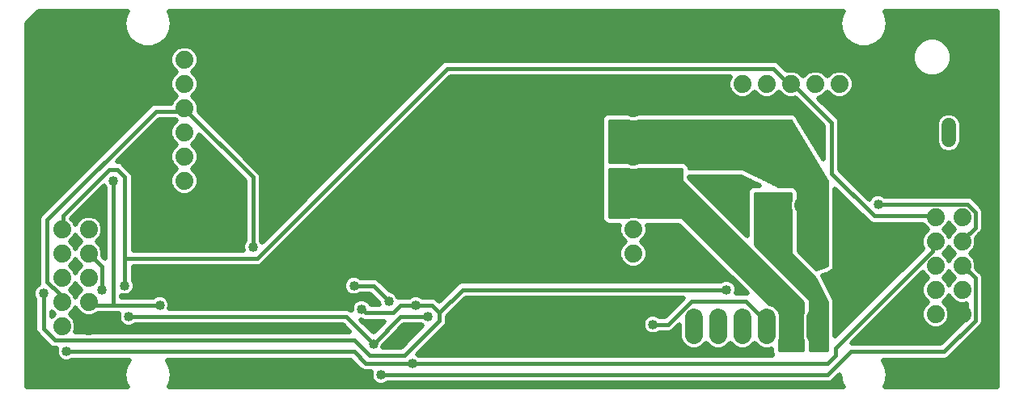
<source format=gbl>
G75*
%MOIN*%
%OFA0B0*%
%FSLAX25Y25*%
%IPPOS*%
%LPD*%
%AMOC8*
5,1,8,0,0,1.08239X$1,22.5*
%
%ADD10C,0.07400*%
%ADD11C,0.06024*%
%ADD12C,0.07400*%
%ADD13C,0.01000*%
%ADD14C,0.02000*%
%ADD15C,0.01600*%
%ADD16C,0.04000*%
D10*
X0281000Y0028550D02*
X0281000Y0035950D01*
X0291000Y0035950D02*
X0291000Y0028550D01*
X0301000Y0028550D02*
X0301000Y0035950D01*
X0311000Y0035950D02*
X0311000Y0028550D01*
X0321000Y0028550D02*
X0321000Y0035950D01*
X0331000Y0035950D02*
X0331000Y0028550D01*
D11*
X0372220Y0109238D02*
X0372220Y0115262D01*
X0386000Y0115262D02*
X0386000Y0109238D01*
D12*
X0341000Y0132250D03*
X0331000Y0132250D03*
X0321000Y0132250D03*
X0311000Y0132250D03*
X0301000Y0132250D03*
X0256000Y0132250D03*
X0256000Y0122250D03*
X0256000Y0112250D03*
X0256000Y0102250D03*
X0256000Y0092250D03*
X0256000Y0082250D03*
X0256000Y0072250D03*
X0256000Y0062250D03*
X0311000Y0065250D03*
X0314000Y0073250D03*
X0328000Y0073250D03*
X0331000Y0065250D03*
X0326000Y0082250D03*
X0316000Y0082250D03*
X0380500Y0077250D03*
X0391500Y0077250D03*
X0391500Y0067250D03*
X0380500Y0067250D03*
X0380500Y0057250D03*
X0391500Y0057250D03*
X0391500Y0047250D03*
X0380500Y0047250D03*
X0380500Y0037250D03*
X0391500Y0037250D03*
X0071000Y0082250D03*
X0071000Y0092250D03*
X0071000Y0102250D03*
X0071000Y0112250D03*
X0071000Y0122250D03*
X0071000Y0132250D03*
X0071000Y0142250D03*
X0031500Y0072250D03*
X0020500Y0072250D03*
X0020500Y0062250D03*
X0031500Y0062250D03*
X0031500Y0052250D03*
X0020500Y0052250D03*
X0020500Y0042250D03*
X0031500Y0042250D03*
X0031500Y0032250D03*
X0020500Y0032250D03*
D13*
X0246000Y0077250D02*
X0246000Y0097250D01*
X0253960Y0097250D01*
X0254926Y0096850D01*
X0257074Y0096850D01*
X0258040Y0097250D01*
X0276000Y0097250D01*
X0276000Y0092250D01*
X0326000Y0042250D01*
X0326000Y0037990D01*
X0325600Y0037024D01*
X0325600Y0027476D01*
X0326000Y0026510D01*
X0326000Y0022250D01*
X0316000Y0022250D01*
X0316000Y0026510D01*
X0316400Y0027476D01*
X0316400Y0037024D01*
X0315578Y0039009D01*
X0314059Y0040528D01*
X0312074Y0041350D01*
X0311900Y0041350D01*
X0276000Y0077250D01*
X0258040Y0077250D01*
X0257074Y0077650D01*
X0254926Y0077650D01*
X0253960Y0077250D01*
X0246000Y0077250D01*
X0246000Y0078152D02*
X0290098Y0078152D01*
X0289100Y0079150D02*
X0246000Y0079150D01*
X0246000Y0080149D02*
X0288101Y0080149D01*
X0287103Y0081147D02*
X0246000Y0081147D01*
X0246000Y0082146D02*
X0286104Y0082146D01*
X0285106Y0083144D02*
X0246000Y0083144D01*
X0246000Y0084143D02*
X0284107Y0084143D01*
X0283109Y0085141D02*
X0246000Y0085141D01*
X0246000Y0086140D02*
X0282110Y0086140D01*
X0281112Y0087138D02*
X0246000Y0087138D01*
X0246000Y0088137D02*
X0280113Y0088137D01*
X0279115Y0089135D02*
X0246000Y0089135D01*
X0246000Y0090134D02*
X0278116Y0090134D01*
X0277118Y0091132D02*
X0246000Y0091132D01*
X0246000Y0092131D02*
X0276119Y0092131D01*
X0276000Y0093129D02*
X0246000Y0093129D01*
X0246000Y0094128D02*
X0276000Y0094128D01*
X0276000Y0095126D02*
X0246000Y0095126D01*
X0246000Y0096125D02*
X0276000Y0096125D01*
X0276000Y0097123D02*
X0257734Y0097123D01*
X0254266Y0097123D02*
X0246000Y0097123D01*
X0246000Y0099850D02*
X0246000Y0117250D01*
X0253960Y0117250D01*
X0254926Y0116850D01*
X0257074Y0116850D01*
X0258040Y0117250D01*
X0321000Y0117250D01*
X0336000Y0092250D01*
X0336000Y0057250D01*
X0331258Y0055669D01*
X0323600Y0063327D01*
X0323600Y0087767D01*
X0323204Y0088723D01*
X0322473Y0089454D01*
X0321517Y0089850D01*
X0315800Y0089850D01*
X0301000Y0097250D01*
X0278600Y0097250D01*
X0278600Y0097767D01*
X0278204Y0098723D01*
X0277473Y0099454D01*
X0276517Y0099850D01*
X0246000Y0099850D01*
X0246000Y0100119D02*
X0331279Y0100119D01*
X0331878Y0099120D02*
X0277806Y0099120D01*
X0278453Y0098122D02*
X0332477Y0098122D01*
X0333076Y0097123D02*
X0301253Y0097123D01*
X0303250Y0096125D02*
X0333675Y0096125D01*
X0334274Y0095126D02*
X0305247Y0095126D01*
X0307244Y0094128D02*
X0334873Y0094128D01*
X0335472Y0093129D02*
X0309241Y0093129D01*
X0311238Y0092131D02*
X0336000Y0092131D01*
X0336000Y0091132D02*
X0313235Y0091132D01*
X0315232Y0090134D02*
X0336000Y0090134D01*
X0336000Y0089135D02*
X0322792Y0089135D01*
X0323447Y0088137D02*
X0336000Y0088137D01*
X0336000Y0087138D02*
X0323600Y0087138D01*
X0323600Y0086140D02*
X0336000Y0086140D01*
X0336000Y0085141D02*
X0323600Y0085141D01*
X0323600Y0084143D02*
X0336000Y0084143D01*
X0336000Y0083144D02*
X0323600Y0083144D01*
X0323600Y0082146D02*
X0336000Y0082146D01*
X0336000Y0081147D02*
X0323600Y0081147D01*
X0323600Y0080149D02*
X0336000Y0080149D01*
X0336000Y0079150D02*
X0323600Y0079150D01*
X0323600Y0078152D02*
X0336000Y0078152D01*
X0336000Y0077153D02*
X0323600Y0077153D01*
X0323600Y0076155D02*
X0336000Y0076155D01*
X0336000Y0075156D02*
X0323600Y0075156D01*
X0323600Y0074158D02*
X0336000Y0074158D01*
X0336000Y0073159D02*
X0323600Y0073159D01*
X0323600Y0072161D02*
X0336000Y0072161D01*
X0336000Y0071162D02*
X0323600Y0071162D01*
X0323600Y0070164D02*
X0336000Y0070164D01*
X0336000Y0069165D02*
X0323600Y0069165D01*
X0323600Y0068167D02*
X0336000Y0068167D01*
X0336000Y0067168D02*
X0323600Y0067168D01*
X0323600Y0066170D02*
X0336000Y0066170D01*
X0336000Y0065171D02*
X0323600Y0065171D01*
X0323600Y0064173D02*
X0336000Y0064173D01*
X0336000Y0063174D02*
X0323753Y0063174D01*
X0324751Y0062176D02*
X0336000Y0062176D01*
X0336000Y0061177D02*
X0325750Y0061177D01*
X0326748Y0060179D02*
X0336000Y0060179D01*
X0336000Y0059180D02*
X0327747Y0059180D01*
X0328745Y0058182D02*
X0336000Y0058182D01*
X0335799Y0057183D02*
X0329744Y0057183D01*
X0330742Y0056184D02*
X0332804Y0056184D01*
X0328064Y0055186D02*
X0316741Y0055186D01*
X0317739Y0054187D02*
X0329063Y0054187D01*
X0330061Y0053189D02*
X0318738Y0053189D01*
X0319736Y0052190D02*
X0331030Y0052190D01*
X0331000Y0052250D02*
X0336000Y0042250D01*
X0336000Y0022250D01*
X0328600Y0022250D01*
X0328600Y0042767D01*
X0328204Y0043723D01*
X0306000Y0065927D01*
X0306000Y0087250D01*
X0321000Y0087250D01*
X0321000Y0084290D01*
X0320600Y0083324D01*
X0320600Y0081176D01*
X0321000Y0080210D01*
X0321000Y0062250D01*
X0331000Y0052250D01*
X0331529Y0051192D02*
X0320735Y0051192D01*
X0321734Y0050193D02*
X0332028Y0050193D01*
X0332528Y0049195D02*
X0322732Y0049195D01*
X0323731Y0048196D02*
X0333027Y0048196D01*
X0333526Y0047198D02*
X0324729Y0047198D01*
X0325728Y0046199D02*
X0334025Y0046199D01*
X0334525Y0045201D02*
X0326726Y0045201D01*
X0327725Y0044202D02*
X0335024Y0044202D01*
X0335523Y0043204D02*
X0328419Y0043204D01*
X0328600Y0042205D02*
X0336000Y0042205D01*
X0336000Y0041207D02*
X0328600Y0041207D01*
X0328600Y0040208D02*
X0336000Y0040208D01*
X0336000Y0039210D02*
X0328600Y0039210D01*
X0328600Y0038211D02*
X0336000Y0038211D01*
X0336000Y0037213D02*
X0328600Y0037213D01*
X0328600Y0036214D02*
X0336000Y0036214D01*
X0336000Y0035216D02*
X0328600Y0035216D01*
X0328600Y0034217D02*
X0336000Y0034217D01*
X0336000Y0033219D02*
X0328600Y0033219D01*
X0328600Y0032220D02*
X0336000Y0032220D01*
X0336000Y0031222D02*
X0328600Y0031222D01*
X0328600Y0030223D02*
X0336000Y0030223D01*
X0336000Y0029225D02*
X0328600Y0029225D01*
X0328600Y0028226D02*
X0336000Y0028226D01*
X0336000Y0027228D02*
X0328600Y0027228D01*
X0328600Y0026229D02*
X0336000Y0026229D01*
X0336000Y0025231D02*
X0328600Y0025231D01*
X0328600Y0024232D02*
X0336000Y0024232D01*
X0336000Y0023234D02*
X0328600Y0023234D01*
X0326000Y0023234D02*
X0316000Y0023234D01*
X0316000Y0024232D02*
X0326000Y0024232D01*
X0326000Y0025231D02*
X0316000Y0025231D01*
X0316000Y0026229D02*
X0326000Y0026229D01*
X0325703Y0027228D02*
X0316297Y0027228D01*
X0316400Y0028226D02*
X0325600Y0028226D01*
X0325600Y0029225D02*
X0316400Y0029225D01*
X0316400Y0030223D02*
X0325600Y0030223D01*
X0325600Y0031222D02*
X0316400Y0031222D01*
X0316400Y0032220D02*
X0325600Y0032220D01*
X0325600Y0033219D02*
X0316400Y0033219D01*
X0316400Y0034217D02*
X0325600Y0034217D01*
X0325600Y0035216D02*
X0316400Y0035216D01*
X0316400Y0036214D02*
X0325600Y0036214D01*
X0325678Y0037213D02*
X0316322Y0037213D01*
X0315908Y0038211D02*
X0326000Y0038211D01*
X0326000Y0039210D02*
X0315377Y0039210D01*
X0314378Y0040208D02*
X0326000Y0040208D01*
X0326000Y0041207D02*
X0312420Y0041207D01*
X0311045Y0042205D02*
X0326000Y0042205D01*
X0325046Y0043204D02*
X0310046Y0043204D01*
X0309048Y0044202D02*
X0324048Y0044202D01*
X0323049Y0045201D02*
X0308049Y0045201D01*
X0307051Y0046199D02*
X0322051Y0046199D01*
X0321052Y0047198D02*
X0306052Y0047198D01*
X0305054Y0048196D02*
X0320054Y0048196D01*
X0319055Y0049195D02*
X0304055Y0049195D01*
X0303057Y0050193D02*
X0318057Y0050193D01*
X0317058Y0051192D02*
X0302058Y0051192D01*
X0301060Y0052190D02*
X0316060Y0052190D01*
X0315061Y0053189D02*
X0300061Y0053189D01*
X0299063Y0054187D02*
X0314063Y0054187D01*
X0313064Y0055186D02*
X0298064Y0055186D01*
X0297066Y0056184D02*
X0312066Y0056184D01*
X0311067Y0057183D02*
X0296067Y0057183D01*
X0295068Y0058182D02*
X0310068Y0058182D01*
X0309070Y0059180D02*
X0294070Y0059180D01*
X0293071Y0060179D02*
X0308071Y0060179D01*
X0307073Y0061177D02*
X0292073Y0061177D01*
X0291074Y0062176D02*
X0306074Y0062176D01*
X0305076Y0063174D02*
X0290076Y0063174D01*
X0289077Y0064173D02*
X0304077Y0064173D01*
X0303079Y0065171D02*
X0288079Y0065171D01*
X0287080Y0066170D02*
X0302080Y0066170D01*
X0301082Y0067168D02*
X0286082Y0067168D01*
X0285083Y0068167D02*
X0300083Y0068167D01*
X0299085Y0069165D02*
X0284085Y0069165D01*
X0283086Y0070164D02*
X0298086Y0070164D01*
X0297088Y0071162D02*
X0282088Y0071162D01*
X0281089Y0072161D02*
X0296089Y0072161D01*
X0295091Y0073159D02*
X0280091Y0073159D01*
X0279092Y0074158D02*
X0294092Y0074158D01*
X0293094Y0075156D02*
X0278094Y0075156D01*
X0277095Y0076155D02*
X0292095Y0076155D01*
X0291097Y0077153D02*
X0276097Y0077153D01*
X0306000Y0077153D02*
X0321000Y0077153D01*
X0321000Y0076155D02*
X0306000Y0076155D01*
X0306000Y0075156D02*
X0321000Y0075156D01*
X0321000Y0074158D02*
X0306000Y0074158D01*
X0306000Y0073159D02*
X0321000Y0073159D01*
X0321000Y0072161D02*
X0306000Y0072161D01*
X0306000Y0071162D02*
X0321000Y0071162D01*
X0321000Y0070164D02*
X0306000Y0070164D01*
X0306000Y0069165D02*
X0321000Y0069165D01*
X0321000Y0068167D02*
X0306000Y0068167D01*
X0306000Y0067168D02*
X0321000Y0067168D01*
X0321000Y0066170D02*
X0306000Y0066170D01*
X0306756Y0065171D02*
X0321000Y0065171D01*
X0321000Y0064173D02*
X0307754Y0064173D01*
X0308753Y0063174D02*
X0321000Y0063174D01*
X0321074Y0062176D02*
X0309751Y0062176D01*
X0310750Y0061177D02*
X0322073Y0061177D01*
X0323071Y0060179D02*
X0311748Y0060179D01*
X0312747Y0059180D02*
X0324070Y0059180D01*
X0325068Y0058182D02*
X0313745Y0058182D01*
X0314744Y0057183D02*
X0326067Y0057183D01*
X0327066Y0056184D02*
X0315742Y0056184D01*
X0321000Y0078152D02*
X0306000Y0078152D01*
X0306000Y0079150D02*
X0321000Y0079150D01*
X0321000Y0080149D02*
X0306000Y0080149D01*
X0306000Y0081147D02*
X0320612Y0081147D01*
X0320600Y0082146D02*
X0306000Y0082146D01*
X0306000Y0083144D02*
X0320600Y0083144D01*
X0320939Y0084143D02*
X0306000Y0084143D01*
X0306000Y0085141D02*
X0321000Y0085141D01*
X0321000Y0086140D02*
X0306000Y0086140D01*
X0306000Y0087138D02*
X0321000Y0087138D01*
X0330679Y0101118D02*
X0246000Y0101118D01*
X0246000Y0102116D02*
X0330080Y0102116D01*
X0329481Y0103115D02*
X0246000Y0103115D01*
X0246000Y0104113D02*
X0328882Y0104113D01*
X0328283Y0105112D02*
X0246000Y0105112D01*
X0246000Y0106110D02*
X0327684Y0106110D01*
X0327085Y0107109D02*
X0246000Y0107109D01*
X0246000Y0108107D02*
X0326486Y0108107D01*
X0325887Y0109106D02*
X0246000Y0109106D01*
X0246000Y0110104D02*
X0325288Y0110104D01*
X0324688Y0111103D02*
X0246000Y0111103D01*
X0246000Y0112101D02*
X0324089Y0112101D01*
X0323490Y0113100D02*
X0246000Y0113100D01*
X0246000Y0114098D02*
X0322891Y0114098D01*
X0322292Y0115097D02*
X0246000Y0115097D01*
X0246000Y0116095D02*
X0321693Y0116095D01*
X0321094Y0117094D02*
X0257662Y0117094D01*
X0254338Y0117094D02*
X0246000Y0117094D01*
D14*
X0006000Y0157250D02*
X0006000Y0007250D01*
X0047455Y0007250D01*
X0046554Y0008812D01*
X0046554Y0008812D01*
X0045947Y0012250D01*
X0006000Y0012250D01*
X0006000Y0010251D02*
X0046300Y0010251D01*
X0045947Y0012250D02*
X0045947Y0012250D01*
X0046554Y0015688D01*
X0046554Y0015688D01*
X0048148Y0018450D01*
X0024940Y0018450D01*
X0024779Y0018289D01*
X0023235Y0017650D01*
X0021565Y0017650D01*
X0020021Y0018289D01*
X0018839Y0019471D01*
X0018200Y0021015D01*
X0018200Y0022685D01*
X0018434Y0023250D01*
X0016924Y0023250D01*
X0015674Y0023768D01*
X0014718Y0024724D01*
X0009918Y0029524D01*
X0009400Y0030774D01*
X0009400Y0043310D01*
X0009239Y0043471D01*
X0008600Y0045015D01*
X0008600Y0046685D01*
X0009239Y0048229D01*
X0010421Y0049411D01*
X0011114Y0049698D01*
X0011000Y0049974D01*
X0011000Y0076926D01*
X0011518Y0078176D01*
X0056318Y0122976D01*
X0057274Y0123932D01*
X0058524Y0124450D01*
X0065525Y0124450D01*
X0065998Y0125592D01*
X0067656Y0127250D01*
X0065998Y0128908D01*
X0065100Y0131076D01*
X0065100Y0133424D01*
X0065998Y0135592D01*
X0067656Y0137250D01*
X0065998Y0138908D01*
X0065100Y0141076D01*
X0065100Y0143424D01*
X0065998Y0145592D01*
X0067658Y0147252D01*
X0069826Y0148150D01*
X0072174Y0148150D01*
X0074342Y0147252D01*
X0076002Y0145592D01*
X0076900Y0143424D01*
X0076900Y0141076D01*
X0076002Y0138908D01*
X0074344Y0137250D01*
X0076002Y0135592D01*
X0076900Y0133424D01*
X0076900Y0131076D01*
X0076002Y0128908D01*
X0074344Y0127250D01*
X0076002Y0125592D01*
X0076900Y0123424D01*
X0076900Y0121076D01*
X0076865Y0120993D01*
X0102082Y0095776D01*
X0102600Y0094526D01*
X0102600Y0067590D01*
X0102761Y0067429D01*
X0102881Y0067139D01*
X0177274Y0141532D01*
X0178524Y0142050D01*
X0314276Y0142050D01*
X0315526Y0141532D01*
X0316482Y0140576D01*
X0319177Y0137881D01*
X0319826Y0138150D01*
X0322174Y0138150D01*
X0324342Y0137252D01*
X0326000Y0135594D01*
X0327658Y0137252D01*
X0329826Y0138150D01*
X0332174Y0138150D01*
X0334342Y0137252D01*
X0336000Y0135594D01*
X0337658Y0137252D01*
X0339826Y0138150D01*
X0342174Y0138150D01*
X0344342Y0137252D01*
X0346002Y0135592D01*
X0346900Y0133424D01*
X0346900Y0131076D01*
X0346002Y0128908D01*
X0344342Y0127248D01*
X0342174Y0126350D01*
X0339826Y0126350D01*
X0337658Y0127248D01*
X0336000Y0128906D01*
X0334342Y0127248D01*
X0332269Y0126389D01*
X0340482Y0118176D01*
X0341000Y0116926D01*
X0341000Y0096858D01*
X0353119Y0084739D01*
X0353239Y0085029D01*
X0354421Y0086211D01*
X0355965Y0086850D01*
X0357635Y0086850D01*
X0359179Y0086211D01*
X0359340Y0086050D01*
X0394276Y0086050D01*
X0395526Y0085532D01*
X0396482Y0084576D01*
X0399682Y0081376D01*
X0400200Y0080126D01*
X0400200Y0072374D01*
X0399682Y0071124D01*
X0398726Y0070168D01*
X0397278Y0068719D01*
X0397400Y0068424D01*
X0397400Y0066076D01*
X0396502Y0063908D01*
X0394844Y0062250D01*
X0396502Y0060592D01*
X0397400Y0058424D01*
X0397400Y0056458D01*
X0398726Y0055132D01*
X0399682Y0054176D01*
X0400200Y0052926D01*
X0400200Y0033974D01*
X0399682Y0032724D01*
X0386882Y0019924D01*
X0385926Y0018968D01*
X0384676Y0018450D01*
X0358852Y0018450D01*
X0360446Y0015688D01*
X0360446Y0015688D01*
X0361053Y0012250D01*
X0406000Y0012250D01*
X0406000Y0010251D02*
X0360700Y0010251D01*
X0360446Y0008812D02*
X0361053Y0012250D01*
X0361053Y0012250D01*
X0360700Y0014249D02*
X0406000Y0014249D01*
X0406000Y0016247D02*
X0360124Y0016247D01*
X0358970Y0018246D02*
X0406000Y0018246D01*
X0406000Y0020244D02*
X0387202Y0020244D01*
X0389201Y0022243D02*
X0406000Y0022243D01*
X0406000Y0024241D02*
X0391199Y0024241D01*
X0393198Y0026240D02*
X0406000Y0026240D01*
X0406000Y0028238D02*
X0395196Y0028238D01*
X0397195Y0030237D02*
X0406000Y0030237D01*
X0406000Y0032235D02*
X0399193Y0032235D01*
X0400200Y0034234D02*
X0406000Y0034234D01*
X0406000Y0036232D02*
X0400200Y0036232D01*
X0400200Y0038231D02*
X0406000Y0038231D01*
X0406000Y0040229D02*
X0400200Y0040229D01*
X0400200Y0042228D02*
X0406000Y0042228D01*
X0406000Y0044226D02*
X0400200Y0044226D01*
X0400200Y0046225D02*
X0406000Y0046225D01*
X0406000Y0048223D02*
X0400200Y0048223D01*
X0400200Y0050222D02*
X0406000Y0050222D01*
X0406000Y0052220D02*
X0400200Y0052220D01*
X0399640Y0054219D02*
X0406000Y0054219D01*
X0406000Y0056217D02*
X0397641Y0056217D01*
X0397400Y0058216D02*
X0406000Y0058216D01*
X0406000Y0060214D02*
X0396658Y0060214D01*
X0394881Y0062213D02*
X0406000Y0062213D01*
X0406000Y0064211D02*
X0396627Y0064211D01*
X0397400Y0066210D02*
X0406000Y0066210D01*
X0406000Y0068208D02*
X0397400Y0068208D01*
X0398765Y0070207D02*
X0406000Y0070207D01*
X0406000Y0072205D02*
X0400130Y0072205D01*
X0400200Y0074204D02*
X0406000Y0074204D01*
X0406000Y0076202D02*
X0400200Y0076202D01*
X0400200Y0078201D02*
X0406000Y0078201D01*
X0406000Y0080199D02*
X0400170Y0080199D01*
X0398860Y0082198D02*
X0406000Y0082198D01*
X0406000Y0084196D02*
X0396862Y0084196D01*
X0406000Y0086195D02*
X0359195Y0086195D01*
X0354405Y0086195D02*
X0351663Y0086195D01*
X0349665Y0088193D02*
X0406000Y0088193D01*
X0406000Y0090192D02*
X0347666Y0090192D01*
X0345668Y0092190D02*
X0406000Y0092190D01*
X0406000Y0094189D02*
X0343669Y0094189D01*
X0341671Y0096187D02*
X0406000Y0096187D01*
X0406000Y0098186D02*
X0341000Y0098186D01*
X0341000Y0100184D02*
X0406000Y0100184D01*
X0406000Y0102183D02*
X0341000Y0102183D01*
X0341000Y0104182D02*
X0384589Y0104182D01*
X0384963Y0104026D02*
X0387037Y0104026D01*
X0388952Y0104820D01*
X0390418Y0106286D01*
X0391212Y0108201D01*
X0391212Y0116298D01*
X0390418Y0118214D01*
X0388952Y0119680D01*
X0387037Y0120474D01*
X0384963Y0120474D01*
X0383048Y0119680D01*
X0381582Y0118214D01*
X0380788Y0116298D01*
X0380788Y0108201D01*
X0381582Y0106286D01*
X0383048Y0104820D01*
X0384963Y0104026D01*
X0387411Y0104182D02*
X0406000Y0104182D01*
X0406000Y0106180D02*
X0390312Y0106180D01*
X0391202Y0108179D02*
X0406000Y0108179D01*
X0406000Y0110177D02*
X0391212Y0110177D01*
X0391212Y0112176D02*
X0406000Y0112176D01*
X0406000Y0114174D02*
X0391212Y0114174D01*
X0391212Y0116173D02*
X0406000Y0116173D01*
X0406000Y0118171D02*
X0390436Y0118171D01*
X0387771Y0120170D02*
X0406000Y0120170D01*
X0406000Y0122168D02*
X0336490Y0122168D01*
X0338489Y0120170D02*
X0384229Y0120170D01*
X0381564Y0118171D02*
X0340484Y0118171D01*
X0341000Y0116173D02*
X0380788Y0116173D01*
X0380788Y0114174D02*
X0341000Y0114174D01*
X0341000Y0112176D02*
X0380788Y0112176D01*
X0380788Y0110177D02*
X0341000Y0110177D01*
X0341000Y0108179D02*
X0380798Y0108179D01*
X0381688Y0106180D02*
X0341000Y0106180D01*
X0334200Y0106180D02*
X0331257Y0106180D01*
X0330058Y0108179D02*
X0334200Y0108179D01*
X0334200Y0110177D02*
X0328859Y0110177D01*
X0327660Y0112176D02*
X0334200Y0112176D01*
X0334200Y0114174D02*
X0326461Y0114174D01*
X0325262Y0116173D02*
X0332869Y0116173D01*
X0334200Y0114842D02*
X0334200Y0101275D01*
X0323776Y0118648D01*
X0323628Y0119006D01*
X0323462Y0119172D01*
X0323341Y0119374D01*
X0323030Y0119604D01*
X0322756Y0119878D01*
X0322539Y0119968D01*
X0322350Y0120108D01*
X0321974Y0120202D01*
X0321617Y0120350D01*
X0321382Y0120350D01*
X0321154Y0120407D01*
X0320771Y0120350D01*
X0245383Y0120350D01*
X0244244Y0119878D01*
X0243372Y0119006D01*
X0242900Y0117867D01*
X0242900Y0076633D01*
X0243372Y0075494D01*
X0244244Y0074622D01*
X0245383Y0074150D01*
X0250401Y0074150D01*
X0250100Y0073424D01*
X0250100Y0071076D01*
X0250998Y0068908D01*
X0252656Y0067250D01*
X0250998Y0065592D01*
X0250100Y0063424D01*
X0250100Y0061076D01*
X0250998Y0058908D01*
X0252658Y0057248D01*
X0254826Y0056350D01*
X0257174Y0056350D01*
X0259342Y0057248D01*
X0261002Y0058908D01*
X0261900Y0061076D01*
X0261900Y0063424D01*
X0261002Y0065592D01*
X0259344Y0067250D01*
X0261002Y0068908D01*
X0261900Y0071076D01*
X0261900Y0073424D01*
X0261599Y0074150D01*
X0274716Y0074150D01*
X0302816Y0046050D01*
X0298366Y0046050D01*
X0298600Y0046615D01*
X0298600Y0048285D01*
X0297961Y0049829D01*
X0296779Y0051011D01*
X0295235Y0051650D01*
X0293565Y0051650D01*
X0292021Y0051011D01*
X0291860Y0050850D01*
X0184924Y0050850D01*
X0183674Y0050332D01*
X0176000Y0042658D01*
X0175682Y0042976D01*
X0174726Y0043932D01*
X0173476Y0044450D01*
X0168940Y0044450D01*
X0168779Y0044611D01*
X0167235Y0045250D01*
X0165565Y0045250D01*
X0164021Y0044611D01*
X0163860Y0044450D01*
X0159324Y0044450D01*
X0159048Y0044336D01*
X0158761Y0045029D01*
X0157579Y0046211D01*
X0156035Y0046850D01*
X0155808Y0046850D01*
X0150726Y0051932D01*
X0149476Y0052450D01*
X0143340Y0052450D01*
X0143179Y0052611D01*
X0141635Y0053250D01*
X0139965Y0053250D01*
X0138421Y0052611D01*
X0137239Y0051429D01*
X0136600Y0049885D01*
X0136600Y0048215D01*
X0137239Y0046671D01*
X0138421Y0045489D01*
X0139965Y0044850D01*
X0141635Y0044850D01*
X0143179Y0045489D01*
X0143340Y0045650D01*
X0147392Y0045650D01*
X0151000Y0042042D01*
X0151000Y0041815D01*
X0151234Y0041250D01*
X0147800Y0041250D01*
X0147561Y0041829D01*
X0146379Y0043011D01*
X0144835Y0043650D01*
X0143165Y0043650D01*
X0141621Y0043011D01*
X0140439Y0041829D01*
X0139800Y0040285D01*
X0139800Y0038858D01*
X0139526Y0039132D01*
X0138276Y0039650D01*
X0064766Y0039650D01*
X0065000Y0040215D01*
X0065000Y0041885D01*
X0064361Y0043429D01*
X0063179Y0044611D01*
X0061635Y0045250D01*
X0059965Y0045250D01*
X0058421Y0044611D01*
X0058260Y0044450D01*
X0045000Y0044450D01*
X0045000Y0045084D01*
X0045565Y0044850D01*
X0047235Y0044850D01*
X0048779Y0045489D01*
X0049961Y0046671D01*
X0050600Y0048215D01*
X0050600Y0049885D01*
X0049961Y0051429D01*
X0049800Y0051590D01*
X0049800Y0056850D01*
X0101476Y0056850D01*
X0102726Y0057368D01*
X0103682Y0058324D01*
X0180608Y0135250D01*
X0295857Y0135250D01*
X0295100Y0133424D01*
X0295100Y0131076D01*
X0295998Y0128908D01*
X0297658Y0127248D01*
X0299826Y0126350D01*
X0302174Y0126350D01*
X0304342Y0127248D01*
X0306000Y0128906D01*
X0307658Y0127248D01*
X0309826Y0126350D01*
X0312174Y0126350D01*
X0314342Y0127248D01*
X0316000Y0128906D01*
X0317658Y0127248D01*
X0319826Y0126350D01*
X0322174Y0126350D01*
X0322540Y0126502D01*
X0334200Y0114842D01*
X0330871Y0118171D02*
X0324063Y0118171D01*
X0322103Y0120170D02*
X0328872Y0120170D01*
X0326874Y0122168D02*
X0167526Y0122168D01*
X0165528Y0120170D02*
X0244948Y0120170D01*
X0243026Y0118171D02*
X0163529Y0118171D01*
X0161531Y0116173D02*
X0242900Y0116173D01*
X0242900Y0114174D02*
X0159532Y0114174D01*
X0157534Y0112176D02*
X0242900Y0112176D01*
X0242900Y0110177D02*
X0155535Y0110177D01*
X0153537Y0108179D02*
X0242900Y0108179D01*
X0242900Y0106180D02*
X0151538Y0106180D01*
X0149540Y0104182D02*
X0242900Y0104182D01*
X0242900Y0102183D02*
X0147541Y0102183D01*
X0145543Y0100184D02*
X0242900Y0100184D01*
X0242900Y0098186D02*
X0143544Y0098186D01*
X0141546Y0096187D02*
X0242900Y0096187D01*
X0242900Y0094189D02*
X0139547Y0094189D01*
X0137549Y0092190D02*
X0242900Y0092190D01*
X0242900Y0090192D02*
X0135550Y0090192D01*
X0127932Y0092190D02*
X0102600Y0092190D01*
X0102600Y0090192D02*
X0125934Y0090192D01*
X0123935Y0088193D02*
X0102600Y0088193D01*
X0102600Y0086195D02*
X0121937Y0086195D01*
X0119938Y0084196D02*
X0102600Y0084196D01*
X0102600Y0082198D02*
X0117940Y0082198D01*
X0115941Y0080199D02*
X0102600Y0080199D01*
X0102600Y0078201D02*
X0113943Y0078201D01*
X0111944Y0076202D02*
X0102600Y0076202D01*
X0102600Y0074204D02*
X0109946Y0074204D01*
X0107947Y0072205D02*
X0102600Y0072205D01*
X0102600Y0070207D02*
X0105949Y0070207D01*
X0103950Y0068208D02*
X0102600Y0068208D01*
X0095800Y0068208D02*
X0049800Y0068208D01*
X0049800Y0070207D02*
X0095800Y0070207D01*
X0095800Y0072205D02*
X0049800Y0072205D01*
X0049800Y0074204D02*
X0095800Y0074204D01*
X0095800Y0076202D02*
X0049800Y0076202D01*
X0049800Y0078201D02*
X0095800Y0078201D01*
X0095800Y0080199D02*
X0049800Y0080199D01*
X0049800Y0082198D02*
X0095800Y0082198D01*
X0095800Y0084196D02*
X0049800Y0084196D01*
X0049800Y0086195D02*
X0095800Y0086195D01*
X0095800Y0088193D02*
X0075287Y0088193D01*
X0076002Y0088908D02*
X0074342Y0087248D01*
X0072174Y0086350D01*
X0069826Y0086350D01*
X0067658Y0087248D01*
X0065998Y0088908D01*
X0065100Y0091076D01*
X0065100Y0093424D01*
X0065998Y0095592D01*
X0067656Y0097250D01*
X0065998Y0098908D01*
X0065100Y0101076D01*
X0065100Y0103424D01*
X0065998Y0105592D01*
X0067656Y0107250D01*
X0065998Y0108908D01*
X0065100Y0111076D01*
X0065100Y0113424D01*
X0065998Y0115592D01*
X0067656Y0117250D01*
X0067256Y0117650D01*
X0060608Y0117650D01*
X0043408Y0100450D01*
X0043876Y0100450D01*
X0045126Y0099932D01*
X0046082Y0098976D01*
X0049282Y0095776D01*
X0049800Y0094526D01*
X0049800Y0063650D01*
X0095234Y0063650D01*
X0095000Y0064215D01*
X0095000Y0065885D01*
X0095639Y0067429D01*
X0095800Y0067590D01*
X0095800Y0092442D01*
X0076900Y0111342D01*
X0076900Y0111076D01*
X0076002Y0108908D01*
X0074344Y0107250D01*
X0076002Y0105592D01*
X0076900Y0103424D01*
X0076900Y0101076D01*
X0076002Y0098908D01*
X0074344Y0097250D01*
X0076002Y0095592D01*
X0076900Y0093424D01*
X0076900Y0091076D01*
X0076002Y0088908D01*
X0076534Y0090192D02*
X0095800Y0090192D01*
X0095800Y0092190D02*
X0076900Y0092190D01*
X0076583Y0094189D02*
X0094053Y0094189D01*
X0092054Y0096187D02*
X0075406Y0096187D01*
X0075280Y0098186D02*
X0090056Y0098186D01*
X0088057Y0100184D02*
X0076531Y0100184D01*
X0076900Y0102183D02*
X0086059Y0102183D01*
X0084060Y0104182D02*
X0076586Y0104182D01*
X0075414Y0106180D02*
X0082062Y0106180D01*
X0080063Y0108179D02*
X0075272Y0108179D01*
X0076527Y0110177D02*
X0078065Y0110177D01*
X0085683Y0112176D02*
X0147917Y0112176D01*
X0149916Y0114174D02*
X0083684Y0114174D01*
X0081686Y0116173D02*
X0151914Y0116173D01*
X0153913Y0118171D02*
X0079687Y0118171D01*
X0077689Y0120170D02*
X0155911Y0120170D01*
X0157910Y0122168D02*
X0076900Y0122168D01*
X0076592Y0124167D02*
X0159908Y0124167D01*
X0161907Y0126165D02*
X0075429Y0126165D01*
X0075258Y0128164D02*
X0163905Y0128164D01*
X0165904Y0130162D02*
X0076521Y0130162D01*
X0076900Y0132161D02*
X0167902Y0132161D01*
X0169901Y0134159D02*
X0076595Y0134159D01*
X0075436Y0136158D02*
X0171899Y0136158D01*
X0173898Y0138156D02*
X0075250Y0138156D01*
X0076518Y0140155D02*
X0175896Y0140155D01*
X0179518Y0134159D02*
X0295405Y0134159D01*
X0295100Y0132161D02*
X0177519Y0132161D01*
X0175520Y0130162D02*
X0295479Y0130162D01*
X0296742Y0128164D02*
X0173522Y0128164D01*
X0171523Y0126165D02*
X0322877Y0126165D01*
X0324875Y0124167D02*
X0169525Y0124167D01*
X0145919Y0110177D02*
X0087681Y0110177D01*
X0089680Y0108179D02*
X0143920Y0108179D01*
X0141922Y0106180D02*
X0091678Y0106180D01*
X0093677Y0104182D02*
X0139923Y0104182D01*
X0137925Y0102183D02*
X0095675Y0102183D01*
X0097674Y0100184D02*
X0135926Y0100184D01*
X0133928Y0098186D02*
X0099672Y0098186D01*
X0101671Y0096187D02*
X0131929Y0096187D01*
X0129931Y0094189D02*
X0102600Y0094189D01*
X0127556Y0082198D02*
X0242900Y0082198D01*
X0242900Y0084196D02*
X0129555Y0084196D01*
X0131553Y0086195D02*
X0242900Y0086195D01*
X0242900Y0088193D02*
X0133552Y0088193D01*
X0125558Y0080199D02*
X0242900Y0080199D01*
X0242900Y0078201D02*
X0123559Y0078201D01*
X0121561Y0076202D02*
X0243079Y0076202D01*
X0245253Y0074204D02*
X0119562Y0074204D01*
X0117564Y0072205D02*
X0250100Y0072205D01*
X0250460Y0070207D02*
X0115565Y0070207D01*
X0113567Y0068208D02*
X0251698Y0068208D01*
X0251616Y0066210D02*
X0111568Y0066210D01*
X0109570Y0064211D02*
X0250426Y0064211D01*
X0250100Y0062213D02*
X0107571Y0062213D01*
X0105573Y0060214D02*
X0250457Y0060214D01*
X0251690Y0058216D02*
X0103574Y0058216D01*
X0095001Y0064211D02*
X0049800Y0064211D01*
X0049800Y0066210D02*
X0095134Y0066210D01*
X0136739Y0050222D02*
X0050461Y0050222D01*
X0050600Y0048223D02*
X0136600Y0048223D01*
X0137686Y0046225D02*
X0049514Y0046225D01*
X0049800Y0052220D02*
X0138031Y0052220D01*
X0150031Y0052220D02*
X0296646Y0052220D01*
X0297568Y0050222D02*
X0298644Y0050222D01*
X0298600Y0048223D02*
X0300643Y0048223D01*
X0302641Y0046225D02*
X0298438Y0046225D01*
X0294647Y0054219D02*
X0049800Y0054219D01*
X0049800Y0056217D02*
X0292649Y0056217D01*
X0290650Y0058216D02*
X0260310Y0058216D01*
X0261543Y0060214D02*
X0288652Y0060214D01*
X0286653Y0062213D02*
X0261900Y0062213D01*
X0261574Y0064211D02*
X0284655Y0064211D01*
X0282656Y0066210D02*
X0260384Y0066210D01*
X0260302Y0068208D02*
X0280658Y0068208D01*
X0278659Y0070207D02*
X0261540Y0070207D01*
X0261900Y0072205D02*
X0276661Y0072205D01*
X0294433Y0078201D02*
X0302900Y0078201D01*
X0302900Y0080199D02*
X0292435Y0080199D01*
X0290436Y0082198D02*
X0302900Y0082198D01*
X0302900Y0084196D02*
X0288438Y0084196D01*
X0286439Y0086195D02*
X0302900Y0086195D01*
X0302900Y0087867D02*
X0302900Y0069734D01*
X0279100Y0093534D01*
X0279100Y0094150D01*
X0300268Y0094150D01*
X0307868Y0090350D01*
X0305383Y0090350D01*
X0304244Y0089878D01*
X0303372Y0089006D01*
X0302900Y0087867D01*
X0303035Y0088193D02*
X0284441Y0088193D01*
X0282442Y0090192D02*
X0305002Y0090192D01*
X0304187Y0092190D02*
X0280444Y0092190D01*
X0296432Y0076202D02*
X0302900Y0076202D01*
X0302900Y0074204D02*
X0298430Y0074204D01*
X0300429Y0072205D02*
X0302900Y0072205D01*
X0302900Y0070207D02*
X0302427Y0070207D01*
X0339100Y0070207D02*
X0375339Y0070207D01*
X0375498Y0070592D02*
X0374600Y0068424D01*
X0374600Y0066076D01*
X0375308Y0064367D01*
X0339100Y0028158D01*
X0339100Y0041747D01*
X0339136Y0041855D01*
X0339100Y0042360D01*
X0339100Y0042867D01*
X0339057Y0042972D01*
X0339048Y0043085D01*
X0338822Y0043538D01*
X0338628Y0044006D01*
X0338548Y0044086D01*
X0333943Y0053297D01*
X0336503Y0054150D01*
X0336617Y0054150D01*
X0337085Y0054344D01*
X0337565Y0054504D01*
X0337651Y0054578D01*
X0337756Y0054622D01*
X0338114Y0054980D01*
X0338497Y0055312D01*
X0338548Y0055414D01*
X0338628Y0055494D01*
X0338822Y0055962D01*
X0339048Y0056415D01*
X0339057Y0056528D01*
X0339100Y0056633D01*
X0339100Y0057140D01*
X0339136Y0057645D01*
X0339100Y0057753D01*
X0339100Y0089142D01*
X0353274Y0074968D01*
X0354524Y0074450D01*
X0375274Y0074450D01*
X0375498Y0073908D01*
X0377156Y0072250D01*
X0375498Y0070592D01*
X0377111Y0072205D02*
X0339100Y0072205D01*
X0339100Y0074204D02*
X0375376Y0074204D01*
X0383844Y0072250D02*
X0385502Y0070592D01*
X0386000Y0069389D01*
X0386498Y0070592D01*
X0388156Y0072250D01*
X0386498Y0073908D01*
X0386000Y0075111D01*
X0385502Y0073908D01*
X0383844Y0072250D01*
X0383889Y0072205D02*
X0388111Y0072205D01*
X0386376Y0074204D02*
X0385624Y0074204D01*
X0385661Y0070207D02*
X0386339Y0070207D01*
X0386000Y0065111D02*
X0386498Y0063908D01*
X0388156Y0062250D01*
X0386498Y0060592D01*
X0386000Y0059389D01*
X0385502Y0060592D01*
X0383844Y0062250D01*
X0385502Y0063908D01*
X0386000Y0065111D01*
X0385627Y0064211D02*
X0386373Y0064211D01*
X0388119Y0062213D02*
X0383881Y0062213D01*
X0385658Y0060214D02*
X0386342Y0060214D01*
X0375153Y0064211D02*
X0339100Y0064211D01*
X0339100Y0062213D02*
X0373154Y0062213D01*
X0371156Y0060214D02*
X0339100Y0060214D01*
X0339100Y0058216D02*
X0369157Y0058216D01*
X0367159Y0056217D02*
X0338950Y0056217D01*
X0336783Y0054219D02*
X0365160Y0054219D01*
X0363162Y0052220D02*
X0334481Y0052220D01*
X0335480Y0050222D02*
X0361163Y0050222D01*
X0359165Y0048223D02*
X0336479Y0048223D01*
X0337479Y0046225D02*
X0357166Y0046225D01*
X0355168Y0044226D02*
X0338478Y0044226D01*
X0339109Y0042228D02*
X0353169Y0042228D01*
X0351171Y0040229D02*
X0339100Y0040229D01*
X0339100Y0038231D02*
X0349172Y0038231D01*
X0347174Y0036232D02*
X0339100Y0036232D01*
X0339100Y0034234D02*
X0345175Y0034234D01*
X0343177Y0032235D02*
X0339100Y0032235D01*
X0339100Y0030237D02*
X0341178Y0030237D01*
X0339180Y0028238D02*
X0339100Y0028238D01*
X0345808Y0025250D02*
X0375196Y0054638D01*
X0375498Y0053908D01*
X0377156Y0052250D01*
X0375498Y0050592D01*
X0374600Y0048424D01*
X0374600Y0046076D01*
X0375498Y0043908D01*
X0377156Y0042250D01*
X0375498Y0040592D01*
X0374600Y0038424D01*
X0374600Y0036076D01*
X0375498Y0033908D01*
X0377158Y0032248D01*
X0379326Y0031350D01*
X0381674Y0031350D01*
X0383842Y0032248D01*
X0385502Y0033908D01*
X0386400Y0036076D01*
X0386400Y0038424D01*
X0385502Y0040592D01*
X0383844Y0042250D01*
X0385502Y0043908D01*
X0386000Y0045111D01*
X0386498Y0043908D01*
X0388158Y0042248D01*
X0390326Y0041350D01*
X0392674Y0041350D01*
X0393400Y0041651D01*
X0393400Y0036058D01*
X0382592Y0025250D01*
X0345808Y0025250D01*
X0346798Y0026240D02*
X0383581Y0026240D01*
X0385580Y0028238D02*
X0348796Y0028238D01*
X0350795Y0030237D02*
X0387578Y0030237D01*
X0389577Y0032235D02*
X0383810Y0032235D01*
X0385637Y0034234D02*
X0391575Y0034234D01*
X0393400Y0036232D02*
X0386400Y0036232D01*
X0386400Y0038231D02*
X0393400Y0038231D01*
X0393400Y0040229D02*
X0385652Y0040229D01*
X0383866Y0042228D02*
X0388208Y0042228D01*
X0386366Y0044226D02*
X0385634Y0044226D01*
X0377134Y0042228D02*
X0362786Y0042228D01*
X0360787Y0040229D02*
X0375348Y0040229D01*
X0374600Y0038231D02*
X0358789Y0038231D01*
X0356790Y0036232D02*
X0374600Y0036232D01*
X0375363Y0034234D02*
X0354792Y0034234D01*
X0352793Y0032235D02*
X0377190Y0032235D01*
X0375366Y0044226D02*
X0364784Y0044226D01*
X0366783Y0046225D02*
X0374600Y0046225D01*
X0374600Y0048223D02*
X0368782Y0048223D01*
X0370780Y0050222D02*
X0375345Y0050222D01*
X0377126Y0052220D02*
X0372779Y0052220D01*
X0374777Y0054219D02*
X0375369Y0054219D01*
X0383844Y0052250D02*
X0385502Y0050592D01*
X0386000Y0049389D01*
X0386498Y0050592D01*
X0388156Y0052250D01*
X0386498Y0053908D01*
X0386000Y0055111D01*
X0385502Y0053908D01*
X0383844Y0052250D01*
X0383874Y0052220D02*
X0388126Y0052220D01*
X0386369Y0054219D02*
X0385631Y0054219D01*
X0385655Y0050222D02*
X0386345Y0050222D01*
X0374600Y0066210D02*
X0339100Y0066210D01*
X0339100Y0068208D02*
X0374600Y0068208D01*
X0352039Y0076202D02*
X0339100Y0076202D01*
X0339100Y0078201D02*
X0350041Y0078201D01*
X0348042Y0080199D02*
X0339100Y0080199D01*
X0339100Y0082198D02*
X0346044Y0082198D01*
X0344045Y0084196D02*
X0339100Y0084196D01*
X0339100Y0086195D02*
X0342047Y0086195D01*
X0340048Y0088193D02*
X0339100Y0088193D01*
X0334200Y0102183D02*
X0333655Y0102183D01*
X0334200Y0104182D02*
X0332456Y0104182D01*
X0334492Y0124167D02*
X0406000Y0124167D01*
X0406000Y0126165D02*
X0332493Y0126165D01*
X0335258Y0128164D02*
X0336742Y0128164D01*
X0345258Y0128164D02*
X0406000Y0128164D01*
X0406000Y0130162D02*
X0346521Y0130162D01*
X0346900Y0132161D02*
X0406000Y0132161D01*
X0406000Y0134159D02*
X0346595Y0134159D01*
X0345436Y0136158D02*
X0375137Y0136158D01*
X0374463Y0136437D02*
X0372155Y0138745D01*
X0370906Y0141760D01*
X0370906Y0145024D01*
X0372155Y0148039D01*
X0374463Y0150347D01*
X0377478Y0151596D01*
X0380742Y0151596D01*
X0383757Y0150347D01*
X0386065Y0148039D01*
X0387314Y0145024D01*
X0387314Y0141760D01*
X0386065Y0138745D01*
X0383757Y0136437D01*
X0380742Y0135188D01*
X0377478Y0135188D01*
X0374463Y0136437D01*
X0372744Y0138156D02*
X0318902Y0138156D01*
X0316904Y0140155D02*
X0371571Y0140155D01*
X0370906Y0142153D02*
X0076900Y0142153D01*
X0076598Y0144152D02*
X0370906Y0144152D01*
X0371373Y0146150D02*
X0075444Y0146150D01*
X0072177Y0148149D02*
X0347060Y0148149D01*
X0345974Y0148544D02*
X0349254Y0147350D01*
X0352746Y0147350D01*
X0356026Y0148544D01*
X0356026Y0148544D01*
X0358701Y0150788D01*
X0358701Y0150788D01*
X0358701Y0150788D01*
X0360446Y0153812D01*
X0361053Y0157250D01*
X0360446Y0160688D01*
X0360446Y0160688D01*
X0359545Y0162250D01*
X0406000Y0162250D01*
X0406000Y0007250D01*
X0359545Y0007250D01*
X0360446Y0008812D01*
X0360446Y0008812D01*
X0360124Y0008253D02*
X0406000Y0008253D01*
X0342455Y0007250D02*
X0064545Y0007250D01*
X0065446Y0008812D01*
X0066053Y0012250D01*
X0066053Y0012250D01*
X0147800Y0012250D01*
X0147800Y0013085D02*
X0148034Y0013650D01*
X0144924Y0013650D01*
X0143674Y0014168D01*
X0142718Y0015124D01*
X0142718Y0015124D01*
X0139392Y0018450D01*
X0063852Y0018450D01*
X0065446Y0015688D01*
X0066053Y0012250D01*
X0065700Y0014249D02*
X0143593Y0014249D01*
X0141595Y0016247D02*
X0065124Y0016247D01*
X0063970Y0018246D02*
X0139596Y0018246D01*
X0147800Y0013085D02*
X0147800Y0011415D01*
X0148439Y0009871D01*
X0149621Y0008689D01*
X0151165Y0008050D01*
X0152835Y0008050D01*
X0154379Y0008689D01*
X0154540Y0008850D01*
X0336676Y0008850D01*
X0337926Y0009368D01*
X0338882Y0010324D01*
X0340977Y0012419D01*
X0340947Y0012250D01*
X0340808Y0012250D01*
X0340947Y0012250D02*
X0341554Y0008812D01*
X0342455Y0007250D01*
X0341876Y0008253D02*
X0153325Y0008253D01*
X0150675Y0008253D02*
X0065124Y0008253D01*
X0065446Y0008812D02*
X0065446Y0008812D01*
X0065700Y0010251D02*
X0148282Y0010251D01*
X0166889Y0020731D02*
X0177926Y0031768D01*
X0178882Y0032724D01*
X0179400Y0033974D01*
X0179400Y0036442D01*
X0187008Y0044050D01*
X0276592Y0044050D01*
X0268992Y0036450D01*
X0266540Y0036450D01*
X0266379Y0036611D01*
X0264835Y0037250D01*
X0263165Y0037250D01*
X0261621Y0036611D01*
X0260439Y0035429D01*
X0259800Y0033885D01*
X0259800Y0032215D01*
X0260439Y0030671D01*
X0261621Y0029489D01*
X0263165Y0028850D01*
X0264835Y0028850D01*
X0266379Y0029489D01*
X0266540Y0029650D01*
X0271076Y0029650D01*
X0272326Y0030168D01*
X0275100Y0032942D01*
X0275100Y0027376D01*
X0275998Y0025208D01*
X0277658Y0023548D01*
X0279826Y0022650D01*
X0282174Y0022650D01*
X0284342Y0023548D01*
X0286000Y0025206D01*
X0287658Y0023548D01*
X0289826Y0022650D01*
X0292174Y0022650D01*
X0294342Y0023548D01*
X0296000Y0025206D01*
X0297658Y0023548D01*
X0299826Y0022650D01*
X0302174Y0022650D01*
X0304342Y0023548D01*
X0306000Y0025206D01*
X0307658Y0023548D01*
X0309826Y0022650D01*
X0312174Y0022650D01*
X0312900Y0022951D01*
X0312900Y0021633D01*
X0313372Y0020494D01*
X0313416Y0020450D01*
X0167340Y0020450D01*
X0167179Y0020611D01*
X0166889Y0020731D01*
X0168401Y0022243D02*
X0312900Y0022243D01*
X0306965Y0024241D02*
X0305035Y0024241D01*
X0296965Y0024241D02*
X0295035Y0024241D01*
X0286965Y0024241D02*
X0285035Y0024241D01*
X0276965Y0024241D02*
X0170399Y0024241D01*
X0172398Y0026240D02*
X0275571Y0026240D01*
X0275100Y0028238D02*
X0174396Y0028238D01*
X0176395Y0030237D02*
X0260874Y0030237D01*
X0259800Y0032235D02*
X0178393Y0032235D01*
X0179400Y0034234D02*
X0259944Y0034234D01*
X0261242Y0036232D02*
X0179400Y0036232D01*
X0181189Y0038231D02*
X0270772Y0038231D01*
X0272771Y0040229D02*
X0183187Y0040229D01*
X0185186Y0042228D02*
X0274769Y0042228D01*
X0275100Y0032235D02*
X0274393Y0032235D01*
X0275100Y0030237D02*
X0272395Y0030237D01*
X0338810Y0010251D02*
X0341300Y0010251D01*
X0341554Y0008812D02*
X0341554Y0008812D01*
X0340947Y0012250D02*
X0340947Y0012250D01*
X0183563Y0050222D02*
X0152437Y0050222D01*
X0154435Y0048223D02*
X0181565Y0048223D01*
X0179566Y0046225D02*
X0157545Y0046225D01*
X0148815Y0044226D02*
X0063563Y0044226D01*
X0064858Y0042228D02*
X0140838Y0042228D01*
X0139800Y0040229D02*
X0065000Y0040229D01*
X0050540Y0032850D02*
X0136192Y0032850D01*
X0138992Y0030050D01*
X0025975Y0030050D01*
X0026400Y0031076D01*
X0026400Y0033424D01*
X0025502Y0035592D01*
X0023844Y0037250D01*
X0025502Y0038908D01*
X0026000Y0040111D01*
X0026498Y0038908D01*
X0028158Y0037248D01*
X0030326Y0036350D01*
X0032674Y0036350D01*
X0034842Y0037248D01*
X0035244Y0037650D01*
X0044034Y0037650D01*
X0043800Y0037085D01*
X0043800Y0035415D01*
X0044439Y0033871D01*
X0045621Y0032689D01*
X0047165Y0032050D01*
X0048835Y0032050D01*
X0050379Y0032689D01*
X0050540Y0032850D01*
X0049282Y0032235D02*
X0136807Y0032235D01*
X0138805Y0030237D02*
X0026052Y0030237D01*
X0026400Y0032235D02*
X0046718Y0032235D01*
X0044289Y0034234D02*
X0026064Y0034234D01*
X0024862Y0036232D02*
X0043800Y0036232D01*
X0027175Y0038231D02*
X0024824Y0038231D01*
X0017156Y0037250D02*
X0016200Y0038206D01*
X0016200Y0036294D01*
X0017156Y0037250D01*
X0009400Y0038231D02*
X0006000Y0038231D01*
X0006000Y0040229D02*
X0009400Y0040229D01*
X0009400Y0042228D02*
X0006000Y0042228D01*
X0006000Y0044226D02*
X0008927Y0044226D01*
X0008600Y0046225D02*
X0006000Y0046225D01*
X0006000Y0048223D02*
X0009237Y0048223D01*
X0011000Y0050222D02*
X0006000Y0050222D01*
X0006000Y0052220D02*
X0011000Y0052220D01*
X0011000Y0054219D02*
X0006000Y0054219D01*
X0006000Y0056217D02*
X0011000Y0056217D01*
X0011000Y0058216D02*
X0006000Y0058216D01*
X0006000Y0060214D02*
X0011000Y0060214D01*
X0011000Y0062213D02*
X0006000Y0062213D01*
X0006000Y0064211D02*
X0011000Y0064211D01*
X0011000Y0066210D02*
X0006000Y0066210D01*
X0006000Y0068208D02*
X0011000Y0068208D01*
X0011000Y0070207D02*
X0006000Y0070207D01*
X0006000Y0072205D02*
X0011000Y0072205D01*
X0011000Y0074204D02*
X0006000Y0074204D01*
X0006000Y0076202D02*
X0011000Y0076202D01*
X0011543Y0078201D02*
X0006000Y0078201D01*
X0006000Y0080199D02*
X0013541Y0080199D01*
X0015540Y0082198D02*
X0006000Y0082198D01*
X0006000Y0084196D02*
X0017538Y0084196D01*
X0019537Y0086195D02*
X0006000Y0086195D01*
X0006000Y0088193D02*
X0021535Y0088193D01*
X0023534Y0090192D02*
X0006000Y0090192D01*
X0006000Y0092190D02*
X0025532Y0092190D01*
X0027531Y0094189D02*
X0006000Y0094189D01*
X0006000Y0096187D02*
X0029529Y0096187D01*
X0031528Y0098186D02*
X0006000Y0098186D01*
X0006000Y0100184D02*
X0033526Y0100184D01*
X0035525Y0102183D02*
X0006000Y0102183D01*
X0006000Y0104182D02*
X0037523Y0104182D01*
X0039522Y0106180D02*
X0006000Y0106180D01*
X0006000Y0108179D02*
X0041520Y0108179D01*
X0043519Y0110177D02*
X0006000Y0110177D01*
X0006000Y0112176D02*
X0045517Y0112176D01*
X0047516Y0114174D02*
X0006000Y0114174D01*
X0006000Y0116173D02*
X0049514Y0116173D01*
X0051513Y0118171D02*
X0006000Y0118171D01*
X0006000Y0120170D02*
X0053511Y0120170D01*
X0055510Y0122168D02*
X0006000Y0122168D01*
X0006000Y0124167D02*
X0057840Y0124167D01*
X0066571Y0126165D02*
X0006000Y0126165D01*
X0006000Y0128164D02*
X0066742Y0128164D01*
X0065479Y0130162D02*
X0006000Y0130162D01*
X0006000Y0132161D02*
X0065100Y0132161D01*
X0065405Y0134159D02*
X0006000Y0134159D01*
X0006000Y0136158D02*
X0066564Y0136158D01*
X0066750Y0138156D02*
X0006000Y0138156D01*
X0006000Y0140155D02*
X0065482Y0140155D01*
X0065100Y0142153D02*
X0006000Y0142153D01*
X0006000Y0144152D02*
X0065402Y0144152D01*
X0066556Y0146150D02*
X0006000Y0146150D01*
X0006000Y0148149D02*
X0052060Y0148149D01*
X0050974Y0148544D02*
X0054254Y0147350D01*
X0057746Y0147350D01*
X0061026Y0148544D01*
X0061026Y0148544D01*
X0063701Y0150788D01*
X0063701Y0150788D01*
X0063701Y0150788D01*
X0065446Y0153812D01*
X0066053Y0157250D01*
X0065446Y0160688D01*
X0065446Y0160688D01*
X0064545Y0162250D01*
X0342455Y0162250D01*
X0341554Y0160688D01*
X0340947Y0157250D01*
X0341554Y0153812D01*
X0343299Y0150788D01*
X0345974Y0148544D01*
X0345974Y0148544D01*
X0344063Y0150147D02*
X0062937Y0150147D01*
X0064485Y0152146D02*
X0342515Y0152146D01*
X0343299Y0150788D02*
X0343299Y0150788D01*
X0341554Y0153812D02*
X0341554Y0153812D01*
X0341495Y0154144D02*
X0065505Y0154144D01*
X0065446Y0153812D02*
X0065446Y0153812D01*
X0065857Y0156143D02*
X0341142Y0156143D01*
X0340947Y0157250D02*
X0340947Y0157250D01*
X0341104Y0158141D02*
X0065896Y0158141D01*
X0066053Y0157250D02*
X0066053Y0157250D01*
X0065543Y0160140D02*
X0341457Y0160140D01*
X0341554Y0160688D02*
X0341554Y0160688D01*
X0342391Y0162138D02*
X0064609Y0162138D01*
X0047455Y0162250D02*
X0046554Y0160688D01*
X0045947Y0157250D01*
X0046554Y0153812D01*
X0048299Y0150788D01*
X0050974Y0148544D01*
X0050974Y0148544D01*
X0049063Y0150147D02*
X0006000Y0150147D01*
X0006000Y0152146D02*
X0047515Y0152146D01*
X0048299Y0150788D02*
X0048299Y0150788D01*
X0046495Y0154144D02*
X0006000Y0154144D01*
X0006000Y0156143D02*
X0046142Y0156143D01*
X0046104Y0158141D02*
X0006891Y0158141D01*
X0006000Y0157250D02*
X0011000Y0162250D01*
X0047455Y0162250D01*
X0047391Y0162138D02*
X0010888Y0162138D01*
X0008890Y0160140D02*
X0046457Y0160140D01*
X0059940Y0148149D02*
X0069823Y0148149D01*
X0066579Y0116173D02*
X0059131Y0116173D01*
X0057132Y0114174D02*
X0065411Y0114174D01*
X0065100Y0112176D02*
X0055134Y0112176D01*
X0053135Y0110177D02*
X0065473Y0110177D01*
X0066728Y0108179D02*
X0051137Y0108179D01*
X0049138Y0106180D02*
X0066586Y0106180D01*
X0065414Y0104182D02*
X0047140Y0104182D01*
X0045141Y0102183D02*
X0065100Y0102183D01*
X0065469Y0100184D02*
X0044517Y0100184D01*
X0046872Y0098186D02*
X0066720Y0098186D01*
X0066594Y0096187D02*
X0048871Y0096187D01*
X0049800Y0094189D02*
X0065417Y0094189D01*
X0065100Y0092190D02*
X0049800Y0092190D01*
X0049800Y0090192D02*
X0065466Y0090192D01*
X0066713Y0088193D02*
X0049800Y0088193D01*
X0038200Y0088193D02*
X0035952Y0088193D01*
X0038039Y0089871D02*
X0038200Y0089710D01*
X0038200Y0060458D01*
X0037400Y0061258D01*
X0037400Y0063424D01*
X0036502Y0065592D01*
X0034844Y0067250D01*
X0036502Y0068908D01*
X0037400Y0071076D01*
X0037400Y0073424D01*
X0036502Y0075592D01*
X0034842Y0077252D01*
X0032674Y0078150D01*
X0030326Y0078150D01*
X0028158Y0077252D01*
X0026498Y0075592D01*
X0026000Y0074389D01*
X0025502Y0075592D01*
X0024426Y0076668D01*
X0037919Y0090161D01*
X0038039Y0089871D01*
X0038200Y0086195D02*
X0033953Y0086195D01*
X0031955Y0084196D02*
X0038200Y0084196D01*
X0038200Y0082198D02*
X0029956Y0082198D01*
X0027958Y0080199D02*
X0038200Y0080199D01*
X0038200Y0078201D02*
X0025959Y0078201D01*
X0024891Y0076202D02*
X0027109Y0076202D01*
X0035891Y0076202D02*
X0038200Y0076202D01*
X0038200Y0074204D02*
X0037077Y0074204D01*
X0037400Y0072205D02*
X0038200Y0072205D01*
X0038200Y0070207D02*
X0037040Y0070207D01*
X0038200Y0068208D02*
X0035802Y0068208D01*
X0035884Y0066210D02*
X0038200Y0066210D01*
X0038200Y0064211D02*
X0037074Y0064211D01*
X0037400Y0062213D02*
X0038200Y0062213D01*
X0028156Y0057250D02*
X0026498Y0055592D01*
X0026000Y0054389D01*
X0025502Y0055592D01*
X0023844Y0057250D01*
X0025502Y0058908D01*
X0026000Y0060111D01*
X0026498Y0058908D01*
X0028156Y0057250D01*
X0027190Y0058216D02*
X0024810Y0058216D01*
X0024877Y0056217D02*
X0027123Y0056217D01*
X0026000Y0050111D02*
X0026498Y0048908D01*
X0028156Y0047250D01*
X0026498Y0045592D01*
X0026000Y0044389D01*
X0025502Y0045592D01*
X0023844Y0047250D01*
X0025502Y0048908D01*
X0026000Y0050111D01*
X0024817Y0048223D02*
X0027183Y0048223D01*
X0027131Y0046225D02*
X0024869Y0046225D01*
X0009400Y0036232D02*
X0006000Y0036232D01*
X0006000Y0034234D02*
X0009400Y0034234D01*
X0009400Y0032235D02*
X0006000Y0032235D01*
X0006000Y0030237D02*
X0009622Y0030237D01*
X0011204Y0028238D02*
X0006000Y0028238D01*
X0006000Y0026240D02*
X0013202Y0026240D01*
X0015201Y0024241D02*
X0006000Y0024241D01*
X0006000Y0022243D02*
X0018200Y0022243D01*
X0018519Y0020244D02*
X0006000Y0020244D01*
X0006000Y0018246D02*
X0020127Y0018246D01*
X0024673Y0018246D02*
X0048030Y0018246D01*
X0046876Y0016247D02*
X0006000Y0016247D01*
X0006000Y0014249D02*
X0046300Y0014249D01*
X0046876Y0008253D02*
X0006000Y0008253D01*
X0026000Y0064389D02*
X0025502Y0065592D01*
X0023844Y0067250D01*
X0025502Y0068908D01*
X0026000Y0070111D01*
X0026498Y0068908D01*
X0028156Y0067250D01*
X0026498Y0065592D01*
X0026000Y0064389D01*
X0024884Y0066210D02*
X0027116Y0066210D01*
X0027198Y0068208D02*
X0024802Y0068208D01*
X0143702Y0034956D02*
X0144924Y0034450D01*
X0153392Y0034450D01*
X0148800Y0029858D01*
X0143702Y0034956D01*
X0144425Y0034234D02*
X0153175Y0034234D01*
X0151177Y0032235D02*
X0146423Y0032235D01*
X0148422Y0030237D02*
X0149178Y0030237D01*
X0154798Y0026240D02*
X0162781Y0026240D01*
X0164780Y0028238D02*
X0156796Y0028238D01*
X0158795Y0030237D02*
X0166778Y0030237D01*
X0168777Y0032235D02*
X0160793Y0032235D01*
X0161408Y0032850D02*
X0168660Y0032850D01*
X0168821Y0032689D01*
X0169111Y0032569D01*
X0160192Y0023650D01*
X0152766Y0023650D01*
X0153000Y0024215D01*
X0153000Y0024442D01*
X0161408Y0032850D01*
X0160783Y0024241D02*
X0153000Y0024241D01*
X0150814Y0042228D02*
X0147162Y0042228D01*
X0174017Y0044226D02*
X0177568Y0044226D01*
X0305258Y0128164D02*
X0306742Y0128164D01*
X0315258Y0128164D02*
X0316742Y0128164D01*
X0325436Y0136158D02*
X0326564Y0136158D01*
X0335436Y0136158D02*
X0336564Y0136158D01*
X0354940Y0148149D02*
X0372265Y0148149D01*
X0374264Y0150147D02*
X0357937Y0150147D01*
X0359485Y0152146D02*
X0406000Y0152146D01*
X0406000Y0154144D02*
X0360505Y0154144D01*
X0360446Y0153812D02*
X0360446Y0153812D01*
X0360857Y0156143D02*
X0406000Y0156143D01*
X0406000Y0158141D02*
X0360896Y0158141D01*
X0361053Y0157250D02*
X0361053Y0157250D01*
X0360543Y0160140D02*
X0406000Y0160140D01*
X0406000Y0162138D02*
X0359609Y0162138D01*
X0383957Y0150147D02*
X0406000Y0150147D01*
X0406000Y0148149D02*
X0385955Y0148149D01*
X0386847Y0146150D02*
X0406000Y0146150D01*
X0406000Y0144152D02*
X0387314Y0144152D01*
X0387314Y0142153D02*
X0406000Y0142153D01*
X0406000Y0140155D02*
X0386649Y0140155D01*
X0385477Y0138156D02*
X0406000Y0138156D01*
X0406000Y0136158D02*
X0383084Y0136158D01*
D15*
X0337600Y0116250D02*
X0321600Y0132250D01*
X0321000Y0132250D01*
X0320000Y0132250D01*
X0313600Y0138650D01*
X0179200Y0138650D01*
X0100800Y0060250D01*
X0046400Y0060250D01*
X0046400Y0049050D01*
X0036800Y0047450D02*
X0036800Y0057050D01*
X0032000Y0061850D01*
X0031500Y0062250D01*
X0046400Y0060250D02*
X0046400Y0093850D01*
X0043200Y0097050D01*
X0040000Y0097050D01*
X0020800Y0077850D01*
X0020800Y0073050D01*
X0020500Y0072250D01*
X0014400Y0076250D02*
X0059200Y0121050D01*
X0070400Y0121050D01*
X0071000Y0122250D01*
X0072000Y0121050D01*
X0099200Y0093850D01*
X0099200Y0065050D01*
X0140800Y0049050D02*
X0148800Y0049050D01*
X0155200Y0042650D01*
X0156800Y0037850D02*
X0160000Y0041050D01*
X0166400Y0041050D01*
X0172800Y0041050D01*
X0176000Y0037850D01*
X0185600Y0047450D01*
X0294400Y0047450D01*
X0302400Y0042650D02*
X0312000Y0033050D01*
X0311000Y0032250D01*
X0302400Y0042650D02*
X0280000Y0042650D01*
X0270400Y0033050D01*
X0264000Y0033050D01*
X0336000Y0017050D02*
X0164800Y0017050D01*
X0145600Y0017050D01*
X0140800Y0021850D01*
X0022400Y0021850D01*
X0017600Y0026650D02*
X0140800Y0026650D01*
X0147200Y0020250D01*
X0161600Y0020250D01*
X0176000Y0034650D01*
X0176000Y0037850D01*
X0171200Y0036250D02*
X0160000Y0036250D01*
X0148800Y0025050D01*
X0137600Y0036250D01*
X0048000Y0036250D01*
X0041600Y0041050D02*
X0041600Y0092250D01*
X0014400Y0076250D02*
X0014400Y0050650D01*
X0019200Y0045850D01*
X0019200Y0042650D01*
X0020500Y0042250D01*
X0012800Y0045850D02*
X0012800Y0031450D01*
X0017600Y0026650D01*
X0032000Y0041050D02*
X0031500Y0042250D01*
X0032000Y0041050D02*
X0041600Y0041050D01*
X0060800Y0041050D01*
X0144000Y0039450D02*
X0145600Y0037850D01*
X0156800Y0037850D01*
X0152000Y0012250D02*
X0336000Y0012250D01*
X0345600Y0021850D01*
X0384000Y0021850D01*
X0396800Y0034650D01*
X0396800Y0052250D01*
X0392000Y0057050D01*
X0391500Y0057250D01*
X0379200Y0063450D02*
X0339200Y0023450D01*
X0339200Y0020250D01*
X0336000Y0017050D01*
X0401600Y0047450D02*
X0401600Y0082650D01*
X0372800Y0111450D01*
X0372220Y0112250D01*
X0337600Y0116250D02*
X0337600Y0095450D01*
X0355200Y0077850D01*
X0379200Y0077850D01*
X0380500Y0077250D01*
X0393600Y0082650D02*
X0356800Y0082650D01*
X0379200Y0066650D02*
X0380500Y0067250D01*
X0379200Y0066650D02*
X0379200Y0063450D01*
X0391500Y0067250D02*
X0392000Y0068250D01*
X0396800Y0073050D01*
X0396800Y0079450D01*
X0393600Y0082650D01*
D16*
X0356800Y0082650D03*
X0401600Y0047450D03*
X0294400Y0047450D03*
X0264000Y0033050D03*
X0171200Y0036250D03*
X0166400Y0041050D03*
X0155200Y0042650D03*
X0144000Y0039450D03*
X0140800Y0049050D03*
X0171000Y0057250D03*
X0099200Y0065050D03*
X0046400Y0049050D03*
X0036800Y0047450D03*
X0012800Y0045850D03*
X0048000Y0036250D03*
X0060800Y0041050D03*
X0022400Y0021850D03*
X0148800Y0025050D03*
X0164800Y0017050D03*
X0152000Y0012250D03*
X0041600Y0092250D03*
M02*

</source>
